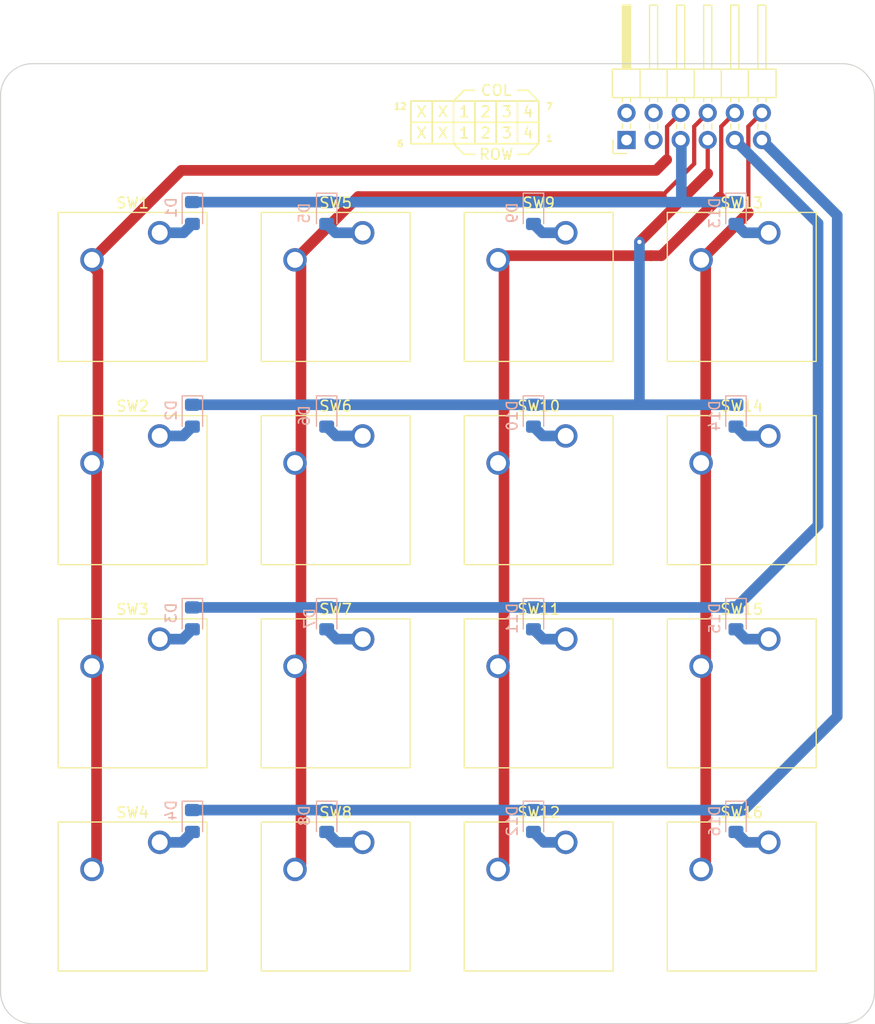
<source format=kicad_pcb>
(kicad_pcb (version 20211014) (generator pcbnew)
  (layers (0 "F.Cu" signal) (31 "B.Cu" signal) (34 "B.Paste" user) (35 "F.Paste" user) (36 "B.SilkS" user "B.Silkscreen") (37 "F.SilkS" user "F.Silkscreen") (38 "B.Mask" user) (39 "F.Mask" user) (44 "Edge.Cuts" user))
  (net 0 "")
  (net 1 "/ROW1")
  (net 2 "Net-(D1-Pad2)")
  (net 3 "/ROW2")
  (net 4 "Net-(D2-Pad2)")
  (net 5 "/ROW3")
  (net 6 "Net-(D3-Pad2)")
  (net 7 "/ROW4")
  (net 8 "Net-(D4-Pad2)")
  (net 9 "Net-(D5-Pad2)")
  (net 10 "Net-(D6-Pad2)")
  (net 11 "Net-(D7-Pad2)")
  (net 12 "Net-(D8-Pad2)")
  (net 13 "Net-(D9-Pad2)")
  (net 14 "Net-(D10-Pad2)")
  (net 15 "Net-(D11-Pad2)")
  (net 16 "Net-(D12-Pad2)")
  (net 17 "Net-(D13-Pad2)")
  (net 18 "Net-(D14-Pad2)")
  (net 19 "Net-(D15-Pad2)")
  (net 20 "Net-(D16-Pad2)")
  (net 21 "GND")
  (net 23 "/COL1")
  (net 24 "/COL2")
  (net 25 "/COL3")
  (net 26 "/COL4")
  (footprint "Button_Switch_Keyboard:SW_Cherry_MX_1.00u_PCB" (layer "F.Cu") (at 113.03 69.85)
    (fp_text reference "SW9" (at -2.54 -2.794) (layer "F.SilkS"))
    (fp_text value "SW_Push")
    (fp_line (start 4.445 -1.905) (end 4.445 12.065) (layer "F.SilkS") (width 0.12))
    (fp_line (start 4.445 12.065) (end -9.525 12.065) (layer "F.SilkS") (width 0.12))
    (fp_line (start -9.525 -1.905) (end 4.445 -1.905) (layer "F.SilkS") (width 0.12))
    (fp_line (start -9.525 12.065) (end -9.525 -1.905) (layer "F.SilkS") (width 0.12))
    (pad "" np_thru_hole circle (at -7.62 5.08) (size 1.7 1.7) (drill 1.7) (layers *.Cu *.Mask))
    (pad "" np_thru_hole circle (at -2.54 5.08) (size 4 4) (drill 4) (layers *.Cu *.Mask))
    (pad "" np_thru_hole circle (at 2.54 5.08) (size 1.7 1.7) (drill 1.7) (layers *.Cu *.Mask))
    (pad "1" thru_hole circle (at 0 0) (size 2.2 2.2) (drill 1.5) (layers *.Cu *.Mask) (net 13 "Net-(D9-Pad2)"))
    (pad "2" thru_hole circle (at -6.35 2.54) (size 2.2 2.2) (drill 1.5) (layers *.Cu *.Mask) (net 25 "/COL3"))
  )
  (footprint "Button_Switch_Keyboard:SW_Cherry_MX_1.00u_PCB" (layer "F.Cu") (at 93.98 127)
    (fp_text reference "SW8" (at -2.54 -2.794) (layer "F.SilkS"))
    (fp_text value "SW_Push")
    (fp_line (start 4.445 12.065) (end -9.525 12.065) (layer "F.SilkS") (width 0.12))
    (fp_line (start 4.445 -1.905) (end 4.445 12.065) (layer "F.SilkS") (width 0.12))
    (fp_line (start -9.525 12.065) (end -9.525 -1.905) (layer "F.SilkS") (width 0.12))
    (fp_line (start -9.525 -1.905) (end 4.445 -1.905) (layer "F.SilkS") (width 0.12))
    (pad "" np_thru_hole circle (at -2.54 5.08) (size 4 4) (drill 4) (layers *.Cu *.Mask))
    (pad "" np_thru_hole circle (at 2.54 5.08) (size 1.7 1.7) (drill 1.7) (layers *.Cu *.Mask))
    (pad "" np_thru_hole circle (at -7.62 5.08) (size 1.7 1.7) (drill 1.7) (layers *.Cu *.Mask))
    (pad "1" thru_hole circle (at 0 0) (size 2.2 2.2) (drill 1.5) (layers *.Cu *.Mask) (net 12 "Net-(D8-Pad2)"))
    (pad "2" thru_hole circle (at -6.35 2.54) (size 2.2 2.2) (drill 1.5) (layers *.Cu *.Mask) (net 24 "/COL2"))
  )
  (footprint "Button_Switch_Keyboard:SW_Cherry_MX_1.00u_PCB" (layer "F.Cu") (at 93.98 69.85)
    (fp_text reference "SW5" (at -2.54 -2.794) (layer "F.SilkS"))
    (fp_text value "SW_Push")
    (fp_line (start 4.445 -1.905) (end 4.445 12.065) (layer "F.SilkS") (width 0.12))
    (fp_line (start 4.445 12.065) (end -9.525 12.065) (layer "F.SilkS") (width 0.12))
    (fp_line (start -9.525 12.065) (end -9.525 -1.905) (layer "F.SilkS") (width 0.12))
    (fp_line (start -9.525 -1.905) (end 4.445 -1.905) (layer "F.SilkS") (width 0.12))
    (pad "" np_thru_hole circle (at -2.54 5.08) (size 4 4) (drill 4) (layers *.Cu *.Mask))
    (pad "" np_thru_hole circle (at -7.62 5.08) (size 1.7 1.7) (drill 1.7) (layers *.Cu *.Mask))
    (pad "" np_thru_hole circle (at 2.54 5.08) (size 1.7 1.7) (drill 1.7) (layers *.Cu *.Mask))
    (pad "1" thru_hole circle (at 0 0) (size 2.2 2.2) (drill 1.5) (layers *.Cu *.Mask) (net 9 "Net-(D5-Pad2)"))
    (pad "2" thru_hole circle (at -6.35 2.54) (size 2.2 2.2) (drill 1.5) (layers *.Cu *.Mask) (net 24 "/COL2"))
  )
  (footprint "Button_Switch_Keyboard:SW_Cherry_MX_1.00u_PCB" (layer "F.Cu") (at 113.03 107.95)
    (fp_text reference "SW11" (at -2.54 -2.794) (layer "F.SilkS"))
    (fp_text value "SW_Push")
    (fp_line (start 4.445 -1.905) (end 4.445 12.065) (layer "F.SilkS") (width 0.12))
    (fp_line (start -9.525 12.065) (end -9.525 -1.905) (layer "F.SilkS") (width 0.12))
    (fp_line (start -9.525 -1.905) (end 4.445 -1.905) (layer "F.SilkS") (width 0.12))
    (fp_line (start 4.445 12.065) (end -9.525 12.065) (layer "F.SilkS") (width 0.12))
    (pad "" np_thru_hole circle (at -7.62 5.08) (size 1.7 1.7) (drill 1.7) (layers *.Cu *.Mask))
    (pad "" np_thru_hole circle (at 2.54 5.08) (size 1.7 1.7) (drill 1.7) (layers *.Cu *.Mask))
    (pad "" np_thru_hole circle (at -2.54 5.08) (size 4 4) (drill 4) (layers *.Cu *.Mask))
    (pad "1" thru_hole circle (at 0 0) (size 2.2 2.2) (drill 1.5) (layers *.Cu *.Mask) (net 15 "Net-(D11-Pad2)"))
    (pad "2" thru_hole circle (at -6.35 2.54) (size 2.2 2.2) (drill 1.5) (layers *.Cu *.Mask) (net 25 "/COL3"))
  )
  (footprint "Button_Switch_Keyboard:SW_Cherry_MX_1.00u_PCB" (layer "F.Cu") (at 93.98 88.9)
    (fp_text reference "SW6" (at -2.54 -2.794) (layer "F.SilkS"))
    (fp_text value "SW_Push")
    (fp_line (start -9.525 12.065) (end -9.525 -1.905) (layer "F.SilkS") (width 0.12))
    (fp_line (start 4.445 12.065) (end -9.525 12.065) (layer "F.SilkS") (width 0.12))
    (fp_line (start -9.525 -1.905) (end 4.445 -1.905) (layer "F.SilkS") (width 0.12))
    (fp_line (start 4.445 -1.905) (end 4.445 12.065) (layer "F.SilkS") (width 0.12))
    (pad "" np_thru_hole circle (at -7.62 5.08) (size 1.7 1.7) (drill 1.7) (layers *.Cu *.Mask))
    (pad "" np_thru_hole circle (at 2.54 5.08) (size 1.7 1.7) (drill 1.7) (layers *.Cu *.Mask))
    (pad "" np_thru_hole circle (at -2.54 5.08) (size 4 4) (drill 4) (layers *.Cu *.Mask))
    (pad "1" thru_hole circle (at 0 0) (size 2.2 2.2) (drill 1.5) (layers *.Cu *.Mask) (net 10 "Net-(D6-Pad2)"))
    (pad "2" thru_hole circle (at -6.35 2.54) (size 2.2 2.2) (drill 1.5) (layers *.Cu *.Mask) (net 24 "/COL2"))
  )
  (footprint "" (layer "F.Cu") (at 63 141)
    (fp_text reference "H3" hide)
    (fp_text value "MountingHole" hide)
    (pad "" np_thru_hole circle locked (at 0 0) (size 3.2 3.2) (drill 3.2) (layers *.Cu *.Mask))
  )
  (footprint "" (layer "F.Cu") (at 63 57)
    (fp_text reference "H1" hide)
    (fp_text value "MountingHole" hide)
    (pad "" np_thru_hole circle locked (at 0 0) (size 3.2 3.2) (drill 3.2) (layers *.Cu *.Mask))
  )
  (footprint "Connector_PinHeader_2.54mm:PinHeader_2x06_P2.54mm_Horizontal" (layer "F.Cu") (at 118.73 61.154 90)
    (fp_text reference "J1" hide)
    (fp_text value "Conn_02x06_Top_Bottom" hide)
    (fp_line (start 12.64 10.54) (end 6.64 10.54) (layer "F.SilkS") (width 0.12))
    (fp_line (start 12.64 13.08) (end 6.64 13.08) (layer "F.SilkS") (width 0.12))
    (fp_line (start 1.042929 2.92) (end 1.497071 2.92) (layer "F.SilkS") (width 0.12))
    (fp_line (start 6.64 7.24) (end 12.64 7.24) (layer "F.SilkS") (width 0.12))
    (fp_line (start 6.64 9.78) (end 12.64 9.78) (layer "F.SilkS") (width 0.12))
    (fp_line (start 6.64 0.04) (end 12.64 0.04) (layer "F.SilkS") (width 0.12))
    (fp_line (start 12.64 5.46) (end 6.64 5.46) (layer "F.SilkS") (width 0.12))
    (fp_line (start 6.64 -1.33) (end 3.98 -1.33) (layer "F.SilkS") (width 0.12))
    (fp_line (start 3.582929 12.32) (end 3.98 12.32) (layer "F.SilkS") (width 0.12))
    (fp_line (start 12.64 2.16) (end 12.64 2.92) (layer "F.SilkS") (width 0.12))
    (fp_line (start 1.042929 7.24) (end 1.497071 7.24) (layer "F.SilkS") (width 0.12))
    (fp_line (start 3.98 14.03) (end 6.64 14.03) (layer "F.SilkS") (width 0.12))
    (fp_line (start 6.64 -0.2) (end 12.64 -0.2) (layer "F.SilkS") (width 0.12))
    (fp_line (start 6.64 0.16) (end 12.64 0.16) (layer "F.SilkS") (width 0.12))
    (fp_line (start -1.27 0) (end -1.27 -1.27) (layer "F.SilkS") (width 0.12))
    (fp_line (start 3.582929 5.46) (end 3.98 5.46) (layer "F.SilkS") (width 0.12))
    (fp_line (start 3.582929 7.24) (end 3.98 7.24) (layer "F.SilkS") (width 0.12))
    (fp_line (start 1.11 -0.38) (end 1.497071 -0.38) (layer "F.SilkS") (width 0.12))
    (fp_line (start 1.042929 10.54) (end 1.497071 10.54) (layer "F.SilkS") (width 0.12))
    (fp_line (start 1.042929 5.46) (end 1.497071 5.46) (layer "F.SilkS") (width 0.12))
    (fp_line (start 3.582929 9.78) (end 3.98 9.78) (layer "F.SilkS") (width 0.12))
    (fp_line (start 1.042929 2.16) (end 1.497071 2.16) (layer "F.SilkS") (width 0.12))
    (fp_line (start 3.98 1.27) (end 6.64 1.27) (layer "F.SilkS") (width 0.12))
    (fp_line (start 3.582929 2.16) (end 3.98 2.16) (layer "F.SilkS") (width 0.12))
    (fp_line (start 1.042929 13.08) (end 1.497071 13.08) (layer "F.SilkS") (width 0.12))
    (fp_line (start 6.64 12.32) (end 12.64 12.32) (layer "F.SilkS") (width 0.12))
    (fp_line (start 3.98 11.43) (end 6.64 11.43) (layer "F.SilkS") (width 0.12))
    (fp_line (start 3.582929 2.92) (end 3.98 2.92) (layer "F.SilkS") (width 0.12))
    (fp_line (start 3.582929 0.38) (end 3.98 0.38) (layer "F.SilkS") (width 0.12))
    (fp_line (start 6.64 4.7) (end 12.64 4.7) (layer "F.SilkS") (width 0.12))
    (fp_line (start 6.64 -0.08) (end 12.64 -0.08) (layer "F.SilkS") (width 0.12))
    (fp_line (start 3.582929 8) (end 3.98 8) (layer "F.SilkS") (width 0.12))
    (fp_line (start 1.042929 4.7) (end 1.497071 4.7) (layer "F.SilkS") (width 0.12))
    (fp_line (start 6.64 2.16) (end 12.64 2.16) (layer "F.SilkS") (width 0.12))
    (fp_line (start 6.64 14.03) (end 6.64 -1.33) (layer "F.SilkS") (width 0.12))
    (fp_line (start 1.042929 8) (end 1.497071 8) (layer "F.SilkS") (width 0.12))
    (fp_line (start 12.64 8) (end 6.64 8) (layer "F.SilkS") (width 0.12))
    (fp_line (start 3.98 3.81) (end 6.64 3.81) (layer "F.SilkS") (width 0.12))
    (fp_line (start 3.98 6.35) (end 6.64 6.35) (layer "F.SilkS") (width 0.12))
    (fp_line (start 1.042929 9.78) (end 1.497071 9.78) (layer "F.SilkS") (width 0.12))
    (fp_line (start 3.582929 13.08) (end 3.98 13.08) (layer "F.SilkS") (width 0.12))
    (fp_line (start 3.582929 10.54) (end 3.98 10.54) (layer "F.SilkS") (width 0.12))
    (fp_line (start 1.042929 12.32) (end 1.497071 12.32) (layer "F.SilkS") (width 0.12))
    (fp_line (start 6.64 -0.32) (end 12.64 -0.32) (layer "F.SilkS") (width 0.12))
    (fp_line (start 12.64 12.32) (end 12.64 13.08) (layer "F.SilkS") (width 0.12))
    (fp_line (start 12.64 2.92) (end 6.64 2.92) (layer "F.SilkS") (width 0.12))
    (fp_line (start 12.64 -0.38) (end 12.64 0.38) (layer "F.SilkS") (width 0.12))
    (fp_line (start -1.27 -1.27) (end 0 -1.27) (layer "F.SilkS") (width 0.12))
    (fp_line (start 1.11 0.38) (end 1.497071 0.38) (layer "F.SilkS") (width 0.12))
    (fp_line (start 12.64 4.7) (end 12.64 5.46) (layer "F.SilkS") (width 0.12))
    (fp_line (start 3.582929 4.7) (end 3.98 4.7) (layer "F.SilkS") (width 0.12))
    (fp_line (start 6.64 0.28) (end 12.64 0.28) (layer "F.SilkS") (width 0.12))
    (fp_line (start 3.98 -1.33) (end 3.98 14.03) (layer "F.SilkS") (width 0.12))
    (fp_line (start 12.64 7.24) (end 12.64 8) (layer "F.SilkS") (width 0.12))
    (fp_line (start 3.98 8.89) (end 6.64 8.89) (layer "F.SilkS") (width 0.12))
    (fp_line (start 12.64 9.78) (end 12.64 10.54) (layer "F.SilkS") (width 0.12))
    (fp_line (start 3.582929 -0.38) (end 3.98 -0.38) (layer "F.SilkS") (width 0.12))
    (fp_line (start 6.64 -0.38) (end 12.64 -0.38) (layer "F.SilkS") (width 0.12))
    (fp_line (start 12.64 0.38) (end 6.64 0.38) (layer "F.SilkS") (width 0.12))
    (pad "1" thru_hole rect (at 0 0 90) (size 1.7 1.7) (drill 1) (layers *.Cu *.Mask))
    (pad "2" thru_hole oval (at 0 2.54 90) (size 1.7 1.7) (drill 1) (layers *.Cu *.Mask) (net 21 "GND"))
    (pad "3" thru_hole oval (at 0 5.08 90) (size 1.7 1.7) (drill 1) (layers *.Cu *.Mask) (net 1 "/ROW1"))
    (pad "4" thru_hole oval (at 0 7.62 90) (size 1.7 1.7) (drill 1) (layers *.Cu *.Mask) (net 3 "/ROW2"))
    (pad "5" thru_hole oval (at 0 10.16 90) (size 1.7 1.7) (drill 1) (layers *.Cu *.Mask) (net 5 "/ROW3"))
    (pad "6" thru_hole oval (at 0 12.7 90) (size 1.7 1.7) (drill 1) (layers *.Cu *.Mask) (net 7 "/ROW4"))
    (pad "7" thru_hole oval (at 2.54 0 90) (size 1.7 1.7) (drill 1) (layers *.Cu *.Mask))
    (pad "8" thru_hole oval (at 2.54 2.54 90) (size 1.7 1.7) (drill 1) (layers *.Cu *.Mask) (net 21 "GND"))
    (pad "9" thru_hole oval (at 2.54 5.08 90) (size 1.7 1.7) (drill 1) (layers *.Cu *.Mask) (net 23 "/COL1"))
    (pad "10" thru_hole oval (at 2.54 7.62 90) (size 1.7 1.7) (drill 1) (layers *.Cu *.Mask) (net 24 "/COL2"))
    (pad "11" thru_hole oval (at 2.54 10.16 90) (size 1.7 1.7) (drill 1) (layers *.Cu *.Mask) (net 25 "/COL3"))
    (pad "12" thru_hole oval (at 2.54 12.7 90) (size 1.7 1.7) (drill 1) (layers *.Cu *.Mask) (net 26 "/COL4"))
  )
  (footprint "Button_Switch_Keyboard:SW_Cherry_MX_1.00u_PCB" (layer "F.Cu") (at 74.93 127)
    (fp_text reference "SW4" (at -2.54 -2.794) (layer "F.SilkS"))
    (fp_text value "SW_Push")
    (fp_line (start 4.445 12.065) (end -9.525 12.065) (layer "F.SilkS") (width 0.12))
    (fp_line (start -9.525 12.065) (end -9.525 -1.905) (layer "F.SilkS") (width 0.12))
    (fp_line (start -9.525 -1.905) (end 4.445 -1.905) (layer "F.SilkS") (width 0.12))
    (fp_line (start 4.445 -1.905) (end 4.445 12.065) (layer "F.SilkS") (width 0.12))
    (pad "" np_thru_hole circle (at 2.54 5.08) (size 1.7 1.7) (drill 1.7) (layers *.Cu *.Mask))
    (pad "" np_thru_hole circle (at -7.62 5.08) (size 1.7 1.7) (drill 1.7) (layers *.Cu *.Mask))
    (pad "" np_thru_hole circle (at -2.54 5.08) (size 4 4) (drill 4) (layers *.Cu *.Mask))
    (pad "1" thru_hole circle (at 0 0) (size 2.2 2.2) (drill 1.5) (layers *.Cu *.Mask) (net 8 "Net-(D4-Pad2)"))
    (pad "2" thru_hole circle (at -6.35 2.54) (size 2.2 2.2) (drill 1.5) (layers *.Cu *.Mask) (net 23 "/COL1"))
  )
  (footprint "" (layer "F.Cu") (at 139 141)
    (fp_text reference "H4" hide)
    (fp_text value "MountingHole" hide)
    (pad "" np_thru_hole circle locked (at 0 0) (size 3.2 3.2) (drill 3.2) (layers *.Cu *.Mask))
  )
  (footprint "Button_Switch_Keyboard:SW_Cherry_MX_1.00u_PCB" (layer "F.Cu") (at 132.08 107.95)
    (fp_text reference "SW15" (at -2.54 -2.794) (layer "F.SilkS"))
    (fp_text value "SW_Push")
    (fp_line (start 4.445 -1.905) (end 4.445 12.065) (layer "F.SilkS") (width 0.12))
    (fp_line (start 4.445 12.065) (end -9.525 12.065) (layer "F.SilkS") (width 0.12))
    (fp_line (start -9.525 -1.905) (end 4.445 -1.905) (layer "F.SilkS") (width 0.12))
    (fp_line (start -9.525 12.065) (end -9.525 -1.905) (layer "F.SilkS") (width 0.12))
    (pad "" np_thru_hole circle (at -2.54 5.08) (size 4 4) (drill 4) (layers *.Cu *.Mask))
    (pad "" np_thru_hole circle (at 2.54 5.08) (size 1.7 1.7) (drill 1.7) (layers *.Cu *.Mask))
    (pad "" np_thru_hole circle (at -7.62 5.08) (size 1.7 1.7) (drill 1.7) (layers *.Cu *.Mask))
    (pad "1" thru_hole circle (at 0 0) (size 2.2 2.2) (drill 1.5) (layers *.Cu *.Mask) (net 19 "Net-(D15-Pad2)"))
    (pad "2" thru_hole circle (at -6.35 2.54) (size 2.2 2.2) (drill 1.5) (layers *.Cu *.Mask) (net 26 "/COL4"))
  )
  (footprint "Button_Switch_Keyboard:SW_Cherry_MX_1.00u_PCB" (layer "F.Cu") (at 132.08 127)
    (fp_text reference "SW16" (at -2.54 -2.794) (layer "F.SilkS"))
    (fp_text value "SW_Push")
    (fp_line (start 4.445 12.065) (end -9.525 12.065) (layer "F.SilkS") (width 0.12))
    (fp_line (start -9.525 -1.905) (end 4.445 -1.905) (layer "F.SilkS") (width 0.12))
    (fp_line (start -9.525 12.065) (end -9.525 -1.905) (layer "F.SilkS") (width 0.12))
    (fp_line (start 4.445 -1.905) (end 4.445 12.065) (layer "F.SilkS") (width 0.12))
    (pad "" np_thru_hole circle (at 2.54 5.08) (size 1.7 1.7) (drill 1.7) (layers *.Cu *.Mask))
    (pad "" np_thru_hole circle (at -7.62 5.08) (size 1.7 1.7) (drill 1.7) (layers *.Cu *.Mask))
    (pad "" np_thru_hole circle (at -2.54 5.08) (size 4 4) (drill 4) (layers *.Cu *.Mask))
    (pad "1" thru_hole circle (at 0 0) (size 2.2 2.2) (drill 1.5) (layers *.Cu *.Mask) (net 20 "Net-(D16-Pad2)"))
    (pad "2" thru_hole circle (at -6.35 2.54) (size 2.2 2.2) (drill 1.5) (layers *.Cu *.Mask) (net 26 "/COL4"))
  )
  (footprint "Button_Switch_Keyboard:SW_Cherry_MX_1.00u_PCB" (layer "F.Cu") (at 74.93 69.85)
    (fp_text reference "SW1" (at -2.54 -2.794) (layer "F.SilkS"))
    (fp_text value "SW_Push")
    (fp_line (start -9.525 -1.905) (end 4.445 -1.905) (layer "F.SilkS") (width 0.12))
    (fp_line (start 4.445 -1.905) (end 4.445 12.065) (layer "F.SilkS") (width 0.12))
    (fp_line (start 4.445 12.065) (end -9.525 12.065) (layer "F.SilkS") (width 0.12))
    (fp_line (start -9.525 12.065) (end -9.525 -1.905) (layer "F.SilkS") (width 0.12))
    (pad "" np_thru_hole circle (at -2.54 5.08) (size 4 4) (drill 4) (layers *.Cu *.Mask))
    (pad "" np_thru_hole circle (at 2.54 5.08) (size 1.7 1.7) (drill 1.7) (layers *.Cu *.Mask))
    (pad "" np_thru_hole circle (at -7.62 5.08) (size 1.7 1.7) (drill 1.7) (layers *.Cu *.Mask))
    (pad "1" thru_hole circle (at 0 0) (size 2.2 2.2) (drill 1.5) (layers *.Cu *.Mask) (net 2 "Net-(D1-Pad2)"))
    (pad "2" thru_hole circle (at -6.35 2.54) (size 2.2 2.2) (drill 1.5) (layers *.Cu *.Mask) (net 23 "/COL1"))
  )
  (footprint "Button_Switch_Keyboard:SW_Cherry_MX_1.00u_PCB" (layer "F.Cu") (at 93.98 107.95)
    (fp_text reference "SW7" (at -2.54 -2.794) (layer "F.SilkS"))
    (fp_text value "SW_Push")
    (fp_line (start -9.525 -1.905) (end 4.445 -1.905) (layer "F.SilkS") (width 0.12))
    (fp_line (start 4.445 -1.905) (end 4.445 12.065) (layer "F.SilkS") (width 0.12))
    (fp_line (start 4.445 12.065) (end -9.525 12.065) (layer "F.SilkS") (width 0.12))
    (fp_line (start -9.525 12.065) (end -9.525 -1.905) (layer "F.SilkS") (width 0.12))
    (pad "" np_thru_hole circle (at 2.54 5.08) (size 1.7 1.7) (drill 1.7) (layers *.Cu *.Mask))
    (pad "" np_thru_hole circle (at -2.54 5.08) (size 4 4) (drill 4) (layers *.Cu *.Mask))
    (pad "" np_thru_hole circle (at -7.62 5.08) (size 1.7 1.7) (drill 1.7) (layers *.Cu *.Mask))
    (pad "1" thru_hole circle (at 0 0) (size 2.2 2.2) (drill 1.5) (layers *.Cu *.Mask) (net 11 "Net-(D7-Pad2)"))
    (pad "2" thru_hole circle (at -6.35 2.54) (size 2.2 2.2) (drill 1.5) (layers *.Cu *.Mask) (net 24 "/COL2"))
  )
  (footprint "Button_Switch_Keyboard:SW_Cherry_MX_1.00u_PCB" (layer "F.Cu") (at 74.93 88.9)
    (fp_text reference "SW2" (at -2.54 -2.794) (layer "F.SilkS"))
    (fp_text value "SW_Push")
    (fp_line (start 4.445 -1.905) (end 4.445 12.065) (layer "F.SilkS") (width 0.12))
    (fp_line (start -9.525 12.065) (end -9.525 -1.905) (layer "F.SilkS") (width 0.12))
    (fp_line (start 4.445 12.065) (end -9.525 12.065) (layer "F.SilkS") (width 0.12))
    (fp_line (start -9.525 -1.905) (end 4.445 -1.905) (layer "F.SilkS") (width 0.12))
    (pad "" np_thru_hole circle (at 2.54 5.08) (size 1.7 1.7) (drill 1.7) (layers *.Cu *.Mask))
    (pad "" np_thru_hole circle (at -2.54 5.08) (size 4 4) (drill 4) (layers *.Cu *.Mask))
    (pad "" np_thru_hole circle (at -7.62 5.08) (size 1.7 1.7) (drill 1.7) (layers *.Cu *.Mask))
    (pad "1" thru_hole circle (at 0 0) (size 2.2 2.2) (drill 1.5) (layers *.Cu *.Mask) (net 4 "Net-(D2-Pad2)"))
    (pad "2" thru_hole circle (at -6.35 2.54) (size 2.2 2.2) (drill 1.5) (layers *.Cu *.Mask) (net 23 "/COL1"))
  )
  (footprint "Button_Switch_Keyboard:SW_Cherry_MX_1.00u_PCB" (layer "F.Cu") (at 113.03 88.9)
    (fp_text reference "SW10" (at -2.54 -2.794) (layer "F.SilkS"))
    (fp_text value "SW_Push")
    (fp_line (start -9.525 12.065) (end -9.525 -1.905) (layer "F.SilkS") (width 0.12))
    (fp_line (start -9.525 -1.905) (end 4.445 -1.905) (layer "F.SilkS") (width 0.12))
    (fp_line (start 4.445 12.065) (end -9.525 12.065) (layer "F.SilkS") (width 0.12))
    (fp_line (start 4.445 -1.905) (end 4.445 12.065) (layer "F.SilkS") (width 0.12))
    (pad "" np_thru_hole circle (at 2.54 5.08) (size 1.7 1.7) (drill 1.7) (layers *.Cu *.Mask))
    (pad "" np_thru_hole circle (at -7.62 5.08) (size 1.7 1.7) (drill 1.7) (layers *.Cu *.Mask))
    (pad "" np_thru_hole circle (at -2.54 5.08) (size 4 4) (drill 4) (layers *.Cu *.Mask))
    (pad "1" thru_hole circle (at 0 0) (size 2.2 2.2) (drill 1.5) (layers *.Cu *.Mask) (net 14 "Net-(D10-Pad2)"))
    (pad "2" thru_hole circle (at -6.35 2.54) (size 2.2 2.2) (drill 1.5) (layers *.Cu *.Mask) (net 25 "/COL3"))
  )
  (footprint "Button_Switch_Keyboard:SW_Cherry_MX_1.00u_PCB" (layer "F.Cu") (at 113.03 127)
    (fp_text reference "SW12" (at -2.54 -2.794) (layer "F.SilkS"))
    (fp_text value "SW_Push")
    (fp_line (start 4.445 12.065) (end -9.525 12.065) (layer "F.SilkS") (width 0.12))
    (fp_line (start -9.525 12.065) (end -9.525 -1.905) (layer "F.SilkS") (width 0.12))
    (fp_line (start 4.445 -1.905) (end 4.445 12.065) (layer "F.SilkS") (width 0.12))
    (fp_line (start -9.525 -1.905) (end 4.445 -1.905) (layer "F.SilkS") (width 0.12))
    (pad "" np_thru_hole circle (at -7.62 5.08) (size 1.7 1.7) (drill 1.7) (layers *.Cu *.Mask))
    (pad "" np_thru_hole circle (at -2.54 5.08) (size 4 4) (drill 4) (layers *.Cu *.Mask))
    (pad "" np_thru_hole circle (at 2.54 5.08) (size 1.7 1.7) (drill 1.7) (layers *.Cu *.Mask))
    (pad "1" thru_hole circle (at 0 0) (size 2.2 2.2) (drill 1.5) (layers *.Cu *.Mask) (net 16 "Net-(D12-Pad2)"))
    (pad "2" thru_hole circle (at -6.35 2.54) (size 2.2 2.2) (drill 1.5) (layers *.Cu *.Mask) (net 25 "/COL3"))
  )
  (footprint "Button_Switch_Keyboard:SW_Cherry_MX_1.00u_PCB" (layer "F.Cu") (at 132.08 69.85)
    (fp_text reference "SW13" (at -2.54 -2.794) (layer "F.SilkS"))
    (fp_text value "SW_Push")
    (fp_line (start -9.525 12.065) (end -9.525 -1.905) (layer "F.SilkS") (width 0.12))
    (fp_line (start 4.445 -1.905) (end 4.445 12.065) (layer "F.SilkS") (width 0.12))
    (fp_line (start 4.445 12.065) (end -9.525 12.065) (layer "F.SilkS") (width 0.12))
    (fp_line (start -9.525 -1.905) (end 4.445 -1.905) (layer "F.SilkS") (width 0.12))
    (pad "" np_thru_hole circle (at -7.62 5.08) (size 1.7 1.7) (drill 1.7) (layers *.Cu *.Mask))
    (pad "" np_thru_hole circle (at 2.54 5.08) (size 1.7 1.7) (drill 1.7) (layers *.Cu *.Mask))
    (pad "" np_thru_hole circle (at -2.54 5.08) (size 4 4) (drill 4) (layers *.Cu *.Mask))
    (pad "1" thru_hole circle (at 0 0) (size 2.2 2.2) (drill 1.5) (layers *.Cu *.Mask) (net 17 "Net-(D13-Pad2)"))
    (pad "2" thru_hole circle (at -6.35 2.54) (size 2.2 2.2) (drill 1.5) (layers *.Cu *.Mask) (net 26 "/COL4"))
  )
  (footprint "Button_Switch_Keyboard:SW_Cherry_MX_1.00u_PCB" (layer "F.Cu") (at 132.08 88.9)
    (fp_text reference "SW14" (at -2.54 -2.794) (layer "F.SilkS"))
    (fp_text value "SW_Push")
    (fp_line (start 4.445 -1.905) (end 4.445 12.065) (layer "F.SilkS") (width 0.12))
    (fp_line (start -9.525 12.065) (end -9.525 -1.905) (layer "F.SilkS") (width 0.12))
    (fp_line (start 4.445 12.065) (end -9.525 12.065) (layer "F.SilkS") (width 0.12))
    (fp_line (start -9.525 -1.905) (end 4.445 -1.905) (layer "F.SilkS") (width 0.12))
    (pad "" np_thru_hole circle (at -2.54 5.08) (size 4 4) (drill 4) (layers *.Cu *.Mask))
    (pad "" np_thru_hole circle (at 2.54 5.08) (size 1.7 1.7) (drill 1.7) (layers *.Cu *.Mask))
    (pad "" np_thru_hole circle (at -7.62 5.08) (size 1.7 1.7) (drill 1.7) (layers *.Cu *.Mask))
    (pad "1" thru_hole circle (at 0 0) (size 2.2 2.2) (drill 1.5) (layers *.Cu *.Mask) (net 18 "Net-(D14-Pad2)"))
    (pad "2" thru_hole circle (at -6.35 2.54) (size 2.2 2.2) (drill 1.5) (layers *.Cu *.Mask) (net 26 "/COL4"))
  )
  (footprint "" (layer "F.Cu") (at 139 57)
    (fp_text reference "H2" hide)
    (fp_text value "MountingHole" hide)
    (pad "" np_thru_hole circle locked (at 0 0) (size 3.2 3.2) (drill 3.2) (layers *.Cu *.Mask))
  )
  (footprint "Button_Switch_Keyboard:SW_Cherry_MX_1.00u_PCB" (layer "F.Cu") (at 74.93 107.95)
    (fp_text reference "SW3" (at -2.54 -2.794) (layer "F.SilkS"))
    (fp_text value "SW_Push")
    (fp_line (start -9.525 -1.905) (end 4.445 -1.905) (layer "F.SilkS") (width 0.12))
    (fp_line (start 4.445 -1.905) (end 4.445 12.065) (layer "F.SilkS") (width 0.12))
    (fp_line (start -9.525 12.065) (end -9.525 -1.905) (layer "F.SilkS") (width 0.12))
    (fp_line (start 4.445 12.065) (end -9.525 12.065) (layer "F.SilkS") (width 0.12))
    (pad "" np_thru_hole circle (at 2.54 5.08) (size 1.7 1.7) (drill 1.7) (layers *.Cu *.Mask))
    (pad "" np_thru_hole circle (at -7.62 5.08) (size 1.7 1.7) (drill 1.7) (layers *.Cu *.Mask))
    (pad "" np_thru_hole circle (at -2.54 5.08) (size 4 4) (drill 4) (layers *.Cu *.Mask))
    (pad "1" thru_hole circle (at 0 0) (size 2.2 2.2) (drill 1.5) (layers *.Cu *.Mask) (net 6 "Net-(D3-Pad2)"))
    (pad "2" thru_hole circle (at -6.35 2.54) (size 2.2 2.2) (drill 1.5) (layers *.Cu *.Mask) (net 23 "/COL1"))
  )
  (footprint "Diode_SMD:D_0805_2012Metric_Pad1.15x1.40mm_HandSolder" (layer "B.Cu") (at 110 87 -90)
    (fp_text reference "D10" (at 0 2 90) (layer "B.SilkS") (effects (justify mirror)))
    (fp_text value "DIODE")
    (fp_line (start -1.86 0.96) (end -1.86 -0.96) (layer "B.SilkS") (width 0.12))
    (fp_line (start 1 0.96) (end -1.86 0.96) (layer "B.SilkS") (width 0.12))
    (fp_line (start -1.86 -0.96) (end 1 -0.96) (layer "B.SilkS") (width 0.12))
    (pad "1" smd roundrect (at -1.025 0 270) (size 1.15 1.4) (layers "B.Cu" "B.Paste" "B.Mask") (roundrect_rratio 0.217391) (net 3 "/ROW2"))
    (pad "2" smd roundrect (at 1.025 0 270) (size 1.15 1.4) (layers "B.Cu" "B.Paste" "B.Mask") (roundrect_rratio 0.217391) (net 14 "Net-(D10-Pad2)"))
  )
  (footprint "Diode_SMD:D_0805_2012Metric_Pad1.15x1.40mm_HandSolder" (layer "B.Cu") (at 78 68 -90)
    (fp_text reference "D1" (at -0.5 2 90) (layer "B.SilkS") (effects (justify mirror)))
    (fp_text value "DIODE")
    (fp_line (start 1 0.96) (end -1.86 0.96) (layer "B.SilkS") (width 0.12))
    (fp_line (start -1.86 0.96) (end -1.86 -0.96) (layer "B.SilkS") (width 0.12))
    (fp_line (start -1.86 -0.96) (end 1 -0.96) (layer "B.SilkS") (width 0.12))
    (pad "1" smd roundrect (at -1.025 0 270) (size 1.15 1.4) (layers "B.Cu" "B.Paste" "B.Mask") (roundrect_rratio 0.217391) (net 1 "/ROW1"))
    (pad "2" smd roundrect (at 1.025 0 270) (size 1.15 1.4) (layers "B.Cu" "B.Paste" "B.Mask") (roundrect_rratio 0.217391) (net 2 "Net-(D1-Pad2)"))
  )
  (footprint "Diode_SMD:D_0805_2012Metric_Pad1.15x1.40mm_HandSolder" (layer "B.Cu") (at 90.6 68 -90)
    (fp_text reference "D5" (at 0 2.1 90) (layer "B.SilkS") (effects (justify mirror)))
    (fp_text value "DIODE")
    (fp_line (start 1 0.96) (end -1.86 0.96) (layer "B.SilkS") (width 0.12))
    (fp_line (start -1.86 -0.96) (end 1 -0.96) (layer "B.SilkS") (width 0.12))
    (fp_line (start -1.86 0.96) (end -1.86 -0.96) (layer "B.SilkS") (width 0.12))
    (pad "1" smd roundrect (at -1.025 0 270) (size 1.15 1.4) (layers "B.Cu" "B.Paste" "B.Mask") (roundrect_rratio 0.217391) (net 1 "/ROW1"))
    (pad "2" smd roundrect (at 1.025 0 270) (size 1.15 1.4) (layers "B.Cu" "B.Paste" "B.Mask") (roundrect_rratio 0.217391) (net 9 "Net-(D5-Pad2)"))
  )
  (footprint "Diode_SMD:D_0805_2012Metric_Pad1.15x1.40mm_HandSolder" (layer "B.Cu") (at 110 125 -90)
    (fp_text reference "D12" (at 0 2 90) (layer "B.SilkS") (effects (justify mirror)))
    (fp_text value "DIODE")
    (fp_line (start -1.86 -0.96) (end 1 -0.96) (layer "B.SilkS") (width 0.12))
    (fp_line (start 1 0.96) (end -1.86 0.96) (layer "B.SilkS") (width 0.12))
    (fp_line (start -1.86 0.96) (end -1.86 -0.96) (layer "B.SilkS") (width 0.12))
    (pad "1" smd roundrect (at -1.025 0 270) (size 1.15 1.4) (layers "B.Cu" "B.Paste" "B.Mask") (roundrect_rratio 0.217391) (net 7 "/ROW4"))
    (pad "2" smd roundrect (at 1.025 0 270) (size 1.15 1.4) (layers "B.Cu" "B.Paste" "B.Mask") (roundrect_rratio 0.217391) (net 16 "Net-(D12-Pad2)"))
  )
  (footprint "Diode_SMD:D_0805_2012Metric_Pad1.15x1.40mm_HandSolder" (layer "B.Cu") (at 129 68 -90)
    (fp_text reference "D13" (at 0 2 90) (layer "B.SilkS") (effects (justify mirror)))
    (fp_text value "DIODE")
    (fp_line (start -1.86 -0.96) (end 1 -0.96) (layer "B.SilkS") (width 0.12))
    (fp_line (start 1 0.96) (end -1.86 0.96) (layer "B.SilkS") (width 0.12))
    (fp_line (start -1.86 0.96) (end -1.86 -0.96) (layer "B.SilkS") (width 0.12))
    (pad "1" smd roundrect (at -1.025 0 270) (size 1.15 1.4) (layers "B.Cu" "B.Paste" "B.Mask") (roundrect_rratio 0.217391) (net 1 "/ROW1"))
    (pad "2" smd roundrect (at 1.025 0 270) (size 1.15 1.4) (layers "B.Cu" "B.Paste" "B.Mask") (roundrect_rratio 0.217391) (net 17 "Net-(D13-Pad2)"))
  )
  (footprint "Diode_SMD:D_0805_2012Metric_Pad1.15x1.40mm_HandSolder" (layer "B.Cu") (at 90.6 87 -90)
    (fp_text reference "D6" (at 0 2.1 90) (layer "B.SilkS") (effects (justify mirror)))
    (fp_text value "DIODE")
    (fp_line (start -1.86 0.96) (end -1.86 -0.96) (layer "B.SilkS") (width 0.12))
    (fp_line (start 1 0.96) (end -1.86 0.96) (layer "B.SilkS") (width 0.12))
    (fp_line (start -1.86 -0.96) (end 1 -0.96) (layer "B.SilkS") (width 0.12))
    (pad "1" smd roundrect (at -1.025 0 270) (size 1.15 1.4) (layers "B.Cu" "B.Paste" "B.Mask") (roundrect_rratio 0.217391) (net 3 "/ROW2"))
    (pad "2" smd roundrect (at 1.025 0 270) (size 1.15 1.4) (layers "B.Cu" "B.Paste" "B.Mask") (roundrect_rratio 0.217391) (net 10 "Net-(D6-Pad2)"))
  )
  (footprint "Diode_SMD:D_0805_2012Metric_Pad1.15x1.40mm_HandSolder" (layer "B.Cu") (at 129 87 -90)
    (fp_text reference "D14" (at 0 2 90) (layer "B.SilkS") (effects (justify mirror)))
    (fp_text value "DIODE")
    (fp_line (start -1.86 -0.96) (end 1 -0.96) (layer "B.SilkS") (width 0.12))
    (fp_line (start -1.86 0.96) (end -1.86 -0.96) (layer "B.SilkS") (width 0.12))
    (fp_line (start 1 0.96) (end -1.86 0.96) (layer "B.SilkS") (width 0.12))
    (pad "1" smd roundrect (at -1.025 0 270) (size 1.15 1.4) (layers "B.Cu" "B.Paste" "B.Mask") (roundrect_rratio 0.217391) (net 3 "/ROW2"))
    (pad "2" smd roundrect (at 1.025 0 270) (size 1.15 1.4) (layers "B.Cu" "B.Paste" "B.Mask") (roundrect_rratio 0.217391) (net 18 "Net-(D14-Pad2)"))
  )
  (footprint "Diode_SMD:D_0805_2012Metric_Pad1.15x1.40mm_HandSolder" (layer "B.Cu") (at 129 106 -90)
    (fp_text reference "D15" (at 0 2 90) (layer "B.SilkS") (effects (justify mirror)))
    (fp_text value "DIODE")
    (fp_line (start -1.86 0.96) (end -1.86 -0.96) (layer "B.SilkS") (width 0.12))
    (fp_line (start 1 0.96) (end -1.86 0.96) (layer "B.SilkS") (width 0.12))
    (fp_line (start -1.86 -0.96) (end 1 -0.96) (layer "B.SilkS") (width 0.12))
    (pad "1" smd roundrect (at -1.025 0 270) (size 1.15 1.4) (layers "B.Cu" "B.Paste" "B.Mask") (roundrect_rratio 0.217391) (net 5 "/ROW3"))
    (pad "2" smd roundrect (at 1.025 0 270) (size 1.15 1.4) (layers "B.Cu" "B.Paste" "B.Mask") (roundrect_rratio 0.217391) (net 19 "Net-(D15-Pad2)"))
  )
  (footprint "Diode_SMD:D_0805_2012Metric_Pad1.15x1.40mm_HandSolder" (layer "B.Cu") (at 110 68 -90)
    (fp_text reference "D9" (at -0.02 2 90) (layer "B.SilkS") (effects (justify mirror)))
    (fp_text value "DIODE")
    (fp_line (start -1.86 0.96) (end -1.86 -0.96) (layer "B.SilkS") (width 0.12))
    (fp_line (start -1.86 -0.96) (end 1 -0.96) (layer "B.SilkS") (width 0.12))
    (fp_line (start 1 0.96) (end -1.86 0.96) (layer "B.SilkS") (width 0.12))
    (pad "1" smd roundrect (at -1.025 0 270) (size 1.15 1.4) (layers "B.Cu" "B.Paste" "B.Mask") (roundrect_rratio 0.217391) (net 1 "/ROW1"))
    (pad "2" smd roundrect (at 1.025 0 270) (size 1.15 1.4) (layers "B.Cu" "B.Paste" "B.Mask") (roundrect_rratio 0.217391) (net 13 "Net-(D9-Pad2)"))
  )
  (footprint "Diode_SMD:D_0805_2012Metric_Pad1.15x1.40mm_HandSolder" (layer "B.Cu") (at 90.6 106 -90)
    (fp_text reference "D7" (at 0 1.6 90) (layer "B.SilkS") (effects (justify mirror)))
    (fp_text value "DIODE")
    (fp_line (start -1.86 0.96) (end -1.86 -0.96) (layer "B.SilkS") (width 0.12))
    (fp_line (start -1.86 -0.96) (end 1 -0.96) (layer "B.SilkS") (width 0.12))
    (fp_line (start 1 0.96) (end -1.86 0.96) (layer "B.SilkS") (width 0.12))
    (pad "1" smd roundrect (at -1.025 0 270) (size 1.15 1.4) (layers "B.Cu" "B.Paste" "B.Mask") (roundrect_rratio 0.217391) (net 5 "/ROW3"))
    (pad "2" smd roundrect (at 1.025 0 270) (size 1.15 1.4) (layers "B.Cu" "B.Paste" "B.Mask") (roundrect_rratio 0.217391) (net 11 "Net-(D7-Pad2)"))
  )
  (footprint "Diode_SMD:D_0805_2012Metric_Pad1.15x1.40mm_HandSolder" (layer "B.Cu") (at 90.6 125 -90)
    (fp_text reference "D8" (at -0.5 2.1 90) (layer "B.SilkS") (effects (justify mirror)))
    (fp_text value "DIODE")
    (fp_line (start -1.86 0.96) (end -1.86 -0.96) (layer "B.SilkS") (width 0.12))
    (fp_line (start 1 0.96) (end -1.86 0.96) (layer "B.SilkS") (width 0.12))
    (fp_line (start -1.86 -0.96) (end 1 -0.96) (layer "B.SilkS") (width 0.12))
    (pad "1" smd roundrect (at -1.025 0 270) (size 1.15 1.4) (layers "B.Cu" "B.Paste" "B.Mask") (roundrect_rratio 0.217391) (net 7 "/ROW4"))
    (pad "2" smd roundrect (at 1.025 0 270) (size 1.15 1.4) (layers "B.Cu" "B.Paste" "B.Mask") (roundrect_rratio 0.217391) (net 12 "Net-(D8-Pad2)"))
  )
  (footprint "Diode_SMD:D_0805_2012Metric_Pad1.15x1.40mm_HandSolder" (layer "B.Cu") (at 78 87 -90)
    (fp_text reference "D2" (at -0.5 2 90) (layer "B.SilkS") (effects (justify mirror)))
    (fp_text value "DIODE")
    (fp_line (start -1.86 0.96) (end -1.86 -0.96) (layer "B.SilkS") (width 0.12))
    (fp_line (start -1.86 -0.96) (end 1 -0.96) (layer "B.SilkS") (width 0.12))
    (fp_line (start 1 0.96) (end -1.86 0.96) (layer "B.SilkS") (width 0.12))
    (pad "1" smd roundrect (at -1.025 0 270) (size 1.15 1.4) (layers "B.Cu" "B.Paste" "B.Mask") (roundrect_rratio 0.217391) (net 3 "/ROW2"))
    (pad "2" smd roundrect (at 1.025 0 270) (size 1.15 1.4) (layers "B.Cu" "B.Paste" "B.Mask") (roundrect_rratio 0.217391) (net 4 "Net-(D2-Pad2)"))
  )
  (footprint "Diode_SMD:D_0805_2012Metric_Pad1.15x1.40mm_HandSolder" (layer "B.Cu") (at 129 125 -90)
    (fp_text reference "D16" (at 0 2 90) (layer "B.SilkS") (effects (justify mirror)))
    (fp_text value "DIODE")
    (fp_line (start 1 0.96) (end -1.86 0.96) (layer "B.SilkS") (width 0.12))
    (fp_line (start -1.86 0.96) (end -1.86 -0.96) (layer "B.SilkS") (width 0.12))
    (fp_line (start -1.86 -0.96) (end 1 -0.96) (layer "B.SilkS") (width 0.12))
    (pad "1" smd roundrect (at -1.025 0 270) (size 1.15 1.4) (layers "B.Cu" "B.Paste" "B.Mask") (roundrect_rratio 0.217391) (net 7 "/ROW4"))
    (pad "2" smd roundrect (at 1.025 0 270) (size 1.15 1.4) (layers "B.Cu" "B.Paste" "B.Mask") (roundrect_rratio 0.217391) (net 20 "Net-(D16-Pad2)"))
  )
  (footprint "Diode_SMD:D_0805_2012Metric_Pad1.15x1.40mm_HandSolder" (layer "B.Cu") (at 78 125 -90)
    (fp_text reference "D4" (at -1 2 90) (layer "B.SilkS") (effects (justify mirror)))
    (fp_text value "DIODE")
    (fp_line (start -1.86 -0.96) (end 1 -0.96) (layer "B.SilkS") (width 0.12))
    (fp_line (start 1 0.96) (end -1.86 0.96) (layer "B.SilkS") (width 0.12))
    (fp_line (start -1.86 0.96) (end -1.86 -0.96) (layer "B.SilkS") (width 0.12))
    (pad "1" smd roundrect (at -1.025 0 270) (size 1.15 1.4) (layers "B.Cu" "B.Paste" "B.Mask") (roundrect_rratio 0.217391) (net 7 "/ROW4"))
    (pad "2" smd roundrect (at 1.025 0 270) (size 1.15 1.4) (layers "B.Cu" "B.Paste" "B.Mask") (roundrect_rratio 0.217391) (net 8 "Net-(D4-Pad2)"))
  )
  (footprint "Diode_SMD:D_0805_2012Metric_Pad1.15x1.40mm_HandSolder" (layer "B.Cu") (at 110 106 -90)
    (fp_text reference "D11" (at 0 2 90) (layer "B.SilkS") (effects (justify mirror)))
    (fp_text value "DIODE")
    (fp_line (start 1 0.96) (end -1.86 0.96) (layer "B.SilkS") (width 0.12))
    (fp_line (start -1.86 -0.96) (end 1 -0.96) (layer "B.SilkS") (width 0.12))
    (fp_line (start -1.86 0.96) (end -1.86 -0.96) (layer "B.SilkS") (width 0.12))
    (pad "1" smd roundrect (at -1.025 0 270) (size 1.15 1.4) (layers "B.Cu" "B.Paste" "B.Mask") (roundrect_rratio 0.217391) (net 5 "/ROW3"))
    (pad "2" smd roundrect (at 1.025 0 270) (size 1.15 1.4) (layers "B.Cu" "B.Paste" "B.Mask") (roundrect_rratio 0.217391) (net 15 "Net-(D11-Pad2)"))
  )
  (footprint "Diode_SMD:D_0805_2012Metric_Pad1.15x1.40mm_HandSolder" (layer "B.Cu") (at 78 106 -90)
    (fp_text reference "D3" (at -0.5 2 90) (layer "B.SilkS") (effects (justify mirror)))
    (fp_text value "DIODE")
    (fp_line (start -1.86 -0.96) (end 1 -0.96) (layer "B.SilkS") (width 0.12))
    (fp_line (start 1 0.96) (end -1.86 0.96) (layer "B.SilkS") (width 0.12))
    (fp_line (start -1.86 0.96) (end -1.86 -0.96) (layer "B.SilkS") (width 0.12))
    (pad "1" smd roundrect (at -1.025 0 270) (size 1.15 1.4) (layers "B.Cu" "B.Paste" "B.Mask") (roundrect_rratio 0.217391) (net 5 "/ROW3"))
    (pad "2" smd roundrect (at 1.025 0 270) (size 1.15 1.4) (layers "B.Cu" "B.Paste" "B.Mask") (roundrect_rratio 0.217391) (net 6 "Net-(D3-Pad2)"))
  )
  (gr_line (start 98.5 59.5) (end 110.5 59.5) (layer "F.SilkS") (width 0.15))
  (gr_line (start 104.5 56.5) (end 103.5 56.5) (layer "F.SilkS") (width 0.15))
  (gr_line (start 102.5 61.5) (end 102.5 57.5) (layer "F.SilkS") (width 0.15))
  (gr_line (start 108.5 56.5) (end 109.5 56.5) (layer "F.SilkS") (width 0.15))
  (gr_line (start 104.5 61.5) (end 102.5 61.5) (layer "F.SilkS") (width 0.15))
  (gr_line (start 104.5 57.5) (end 104.5 61.5) (layer "F.SilkS") (width 0.15))
  (gr_line (start 108.5 62.5) (end 109.5 62.5) (layer "F.SilkS") (width 0.15))
  (gr_line (start 110.5 57.5) (end 110.5 61.5) (layer "F.SilkS") (width 0.15))
  (gr_line (start 104.5 62.5) (end 103.5 62.5) (layer "F.SilkS") (width 0.15))
  (gr_line (start 106.5 61.5) (end 106.5 57.5) (layer "F.SilkS") (width 0.15))
  (gr_line (start 109.5 56.5) (end 110.5 57.5) (layer "F.SilkS") (width 0.15))
  (gr_line (start 98.5 61.5) (end 98.5 57.5) (layer "F.SilkS") (width 0.15))
  (gr_line (start 98.5 57.5) (end 110.5 57.5) (layer "F.SilkS") (width 0.15))
  (gr_line (start 103.5 56.5) (end 102.5 57.5) (layer "F.SilkS") (width 0.15))
  (gr_line (start 108.5 57.5) (end 108.5 61.5) (layer "F.SilkS") (width 0.15))
  (gr_line (start 103.5 62.5) (end 102.5 61.5) (layer "F.SilkS") (width 0.15))
  (gr_line (start 109.5 62.5) (end 110.5 61.5) (layer "F.SilkS") (width 0.15))
  (gr_line (start 100.5 57.5) (end 100.5 61.5) (layer "F.SilkS") (width 0.15))
  (gr_line (start 110.5 61.5) (end 98.5 61.5) (layer "F.SilkS") (width 0.15))
  (gr_line (start 139 54) (end 63 54) (layer "Edge.Cuts") (width 0.1))
  (gr_line (start 142 141) (end 142 57) (layer "Edge.Cuts") (width 0.1))
  (gr_arc (start 60 57) (mid 60.87868 54.87868) (end 63 54) (layer "Edge.Cuts") (width 0.1))
  (gr_arc (start 139 54) (mid 141.12132 54.87868) (end 142 57) (layer "Edge.Cuts") (width 0.1))
  (gr_arc (start 63 144) (mid 60.87868 143.12132) (end 60 141) (layer "Edge.Cuts") (width 0.1))
  (gr_line (start 63 144) (end 139 144) (layer "Edge.Cuts") (width 0.1))
  (gr_arc (start 142 141) (mid 141.12132 143.12132) (end 139 144) (layer "Edge.Cuts") (width 0.1))
  (gr_line (start 60 57) (end 60 141) (layer "Edge.Cuts") (width 0.1))
  (gr_text "3" (at 107.5 58.5) (layer "F.SilkS") (effects (font (size 1 1))))
  (gr_text "X" (at 101.5 58.5) (layer "F.SilkS") (effects (font (size 1 1))))
  (gr_text "X" (at 99.5 58.5) (layer "F.SilkS") (effects (font (size 1 1))))
  (gr_text "X" (at 99.5 60.5) (layer "F.SilkS") (effects (font (size 1 1))))
  (gr_text "6" (at 97.5 61.5) (layer "F.SilkS") (effects (font (size 0.6 0.6))))
  (gr_text "1" (at 103.5 60.5) (layer "F.SilkS") (effects (font (size 1 1))))
  (gr_text "X" (at 101.5 60.5) (layer "F.SilkS") (effects (font (size 1 1))))
  (gr_text "ROW\n" (at 106.5 62.5) (layer "F.SilkS") (effects (font (size 1 1))))
  (gr_text "1" (at 111.5 61) (layer "F.SilkS") (effects (font (size 0.6 0.6))))
  (gr_text "7" (at 111.5 58) (layer "F.SilkS") (effects (font (size 0.6 0.6))))
  (gr_text "3" (at 107.5 60.5) (layer "F.SilkS") (effects (font (size 1 1))))
  (gr_text "2" (at 105.5 60.5) (layer "F.SilkS") (effects (font (size 1 1))))
  (gr_text "4" (at 109.5 58.5) (layer "F.SilkS") (effects (font (size 1 1))))
  (gr_text "COL\n" (at 106.5 56.5) (layer "F.SilkS") (effects (font (size 1 1))))
  (gr_text "12\n" (at 97.5 58) (layer "F.SilkS") (effects (font (size 0.6 0.6))))
  (gr_text "2" (at 105.5 58.5) (layer "F.SilkS") (effects (font (size 1 1))))
  (gr_text "1" (at 103.5 58.5) (layer "F.SilkS") (effects (font (size 1 1))))
  (gr_text "4" (at 109.5 60.5) (layer "F.SilkS") (effects (font (size 1 1))))
  (segment (start 123.874 61.218) (end 123.874 66.934) (width 1) (layer "B.Cu") (net 1))
  (segment (start 78 66.975) (end 129 66.975) (width 1) (layer "B.Cu") (net 1))
  (segment (start 123.81 61.154) (end 123.874 61.218) (width 1) (layer "B.Cu") (net 1))
  (segment (start 77.175 69.85) (end 78 69.025) (width 1) (layer "B.Cu") (net 2))
  (segment (start 74.93 69.85) (end 77.175 69.85) (width 1) (layer "B.Cu") (net 2))
  (segment (start 119.94 70.71) (end 126.35 64.3) (width 1) (layer "F.Cu") (net 3))
  (segment (start 126.35 64.3) (end 126.35 61.154) (width 0.4) (layer "F.Cu") (net 3))
  (via (at 119.94 70.71) (size 0.8) (drill 0.4) (layers "F.Cu" "B.Cu") (net 3))
  (segment (start 78 85.975) (end 129 85.975) (width 1) (layer "B.Cu") (net 3))
  (segment (start 119.94 70.71) (end 119.94 85.94) (width 1) (layer "B.Cu") (net 3))
  (segment (start 74.93 88.9) (end 77.125 88.9) (width 1) (layer "B.Cu") (net 4))
  (segment (start 77.125 88.9) (end 78 88.025) (width 1) (layer "B.Cu") (net 4))
  (segment (start 129 104.975) (end 136.701 97.274) (width 1) (layer "B.Cu") (net 5))
  (segment (start 136.701 97.274) (end 136.701 68.965) (width 1) (layer "B.Cu") (net 5))
  (segment (start 136.701 68.965) (end 128.89 61.154) (width 1) (layer "B.Cu") (net 5))
  (segment (start 78 104.975) (end 129 104.975) (width 1) (layer "B.Cu") (net 5))
  (segment (start 74.93 107.95) (end 77.075 107.95) (width 1) (layer "B.Cu") (net 6))
  (segment (start 77.075 107.95) (end 78 107.025) (width 1) (layer "B.Cu") (net 6))
  (segment (start 138.5 115.2025) (end 129.7275 123.975) (width 1) (layer "B.Cu") (net 7))
  (segment (start 138.5 68.224) (end 138.5 115) (width 1) (layer "B.Cu") (net 7))
  (segment (start 129.7275 123.975) (end 129 123.975) (width 1) (layer "B.Cu") (net 7))
  (segment (start 131.367 61.091) (end 138.5 68.224) (width 1) (layer "B.Cu") (net 7))
  (segment (start 78 123.975) (end 90.6 123.975) (width 1) (layer "B.Cu") (net 7))
  (segment (start 90.6 123.975) (end 129 123.975) (width 1) (layer "B.Cu") (net 7))
  (segment (start 77.025 127) (end 78 126.025) (width 1) (layer "B.Cu") (net 8))
  (segment (start 74.93 127) (end 77.025 127) (width 1) (layer "B.Cu") (net 8))
  (segment (start 91.425 69.85) (end 90.6 69.025) (width 1) (layer "B.Cu") (net 9))
  (segment (start 93.98 69.85) (end 91.425 69.85) (width 1) (layer "B.Cu") (net 9))
  (segment (start 91.475 88.9) (end 90.6 88.025) (width 1) (layer "B.Cu") (net 10))
  (segment (start 93.98 88.9) (end 91.475 88.9) (width 1) (layer "B.Cu") (net 10))
  (segment (start 93.98 107.95) (end 91.525 107.95) (width 1) (layer "B.Cu") (net 11))
  (segment (start 91.525 107.95) (end 90.6 107.025) (width 1) (layer "B.Cu") (net 11))
  (segment (start 91.575 127) (end 90.6 126.025) (width 1) (layer "B.Cu") (net 12))
  (segment (start 93.98 127) (end 91.575 127) (width 1) (layer "B.Cu") (net 12))
  (segment (start 113.03 69.85) (end 110.825 69.85) (width 1) (layer "B.Cu") (net 13))
  (segment (start 110.825 69.85) (end 110 69.025) (width 1) (layer "B.Cu") (net 13))
  (segment (start 110.875 88.9) (end 110 88.025) (width 1) (layer "B.Cu") (net 14))
  (segment (start 113.03 88.9) (end 110.875 88.9) (width 1) (layer "B.Cu") (net 14))
  (segment (start 110.925 107.95) (end 110 107.025) (width 1) (layer "B.Cu") (net 15))
  (segment (start 113.03 107.95) (end 110.925 107.95) (width 1) (layer "B.Cu") (net 15))
  (segment (start 110.975 127) (end 110 126.025) (width 1) (layer "B.Cu") (net 16))
  (segment (start 113.03 127) (end 110.975 127) (width 1) (layer "B.Cu") (net 16))
  (segment (start 132.08 69.85) (end 129.825 69.85) (width 1) (layer "B.Cu") (net 17))
  (segment (start 129.825 69.85) (end 129 69.025) (width 1) (layer "B.Cu") (net 17))
  (segment (start 132.08 88.9) (end 129.875 88.9) (width 1) (layer "B.Cu") (net 18))
  (segment (start 129.875 88.9) (end 129 88.025) (width 1) (layer "B.Cu") (net 18))
  (segment (start 132.08 107.95) (end 129.925 107.95) (width 1) (layer "B.Cu") (net 19))
  (segment (start 129.925 107.95) (end 129 107.025) (width 1) (layer "B.Cu") (net 19))
  (segment (start 129.975 127) (end 129 126.025) (width 1) (layer "B.Cu") (net 20))
  (segment (start 132.08 127) (end 129.975 127) (width 1) (layer "B.Cu") (net 20))
  (segment (start 68.58 129.54) (end 68.58 129.46) (width 1) (layer "F.Cu") (net 23))
  (segment (start 68.58 129.46) (end 69.01 129.03) (width 1) (layer "F.Cu") (net 23))
  (segment (start 122.536104 59.887896) (end 123.81 58.614) (width 0.4) (layer "F.Cu") (net 23))
  (segment (start 68.58 91.44) (end 69.137 90.883) (width 1) (layer "F.Cu") (net 23))
  (segment (start 69.137 73.517) (end 68.58 72.96) (width 1) (layer "F.Cu") (net 23))
  (segment (start 122.536104 62.963896) (end 122.536104 59.887896) (width 0.4) (layer "F.Cu") (net 23))
  (segment (start 69.01 129.03) (end 69.01 91.87) (width 1) (layer "F.Cu") (net 23))
  (segment (start 69.01 91.87) (end 68.82 91.68) (width 1) (layer "F.Cu") (net 23))
  (segment (start 69.137 90.883) (end 69.137 73.517) (width 1) (layer "F.Cu") (net 23))
  (segment (start 122.5 63) (end 122.536104 62.963896) (width 0.4) (layer "F.Cu") (net 23))
  (segment (start 121.5 64) (end 76.97 64) (width 1) (layer "F.Cu") (net 23))
  (segment (start 122.5 63) (end 121.5 64) (width 1) (layer "F.Cu") (net 23))
  (segment (start 76.97 64) (end 68.58 72.39) (width 1) (layer "F.Cu") (net 23))
  (segment (start 125.078796 59.885204) (end 126.35 58.614) (width 0.4) (layer "F.Cu") (net 24))
  (segment (start 93.56 66.46) (end 87.63 72.39) (width 1) (layer "F.Cu") (net 24))
  (segment (start 122 66.46) (end 93.56 66.46) (width 1) (layer "F.Cu") (net 24))
  (segment (start 88.187 128.983) (end 88.187 72.947) (width 1) (layer "F.Cu") (net 24))
  (segment (start 125.078796 63.381204) (end 125.078796 59.885204) (width 0.4) (layer "F.Cu") (net 24))
  (segment (start 87.63 129.54) (end 88.187 128.983) (width 1) (layer "F.Cu") (net 24))
  (segment (start 122 66.46) (end 125.078796 63.381204) (width 0.4) (layer "F.Cu") (net 24))
  (segment (start 107.237 72.947) (end 106.68 72.39) (width 1) (layer "F.Cu") (net 25))
  (segment (start 106.68 129.54) (end 107.237 128.983) (width 1) (layer "F.Cu") (net 25))
  (segment (start 127.616802 59.887198) (end 128.89 58.614) (width 0.4) (layer "F.Cu") (net 25))
  (segment (start 107.237 128.983) (end 107.237 72.947) (width 1) (layer "F.Cu") (net 25))
  (segment (start 107.07 72) (end 106.68 72.39) (width 1) (layer "F.Cu") (net 25))
  (segment (start 127.5 66.5) (end 127.616802 66.383198) (width 0.4) (layer "F.Cu") (net 25))
  (segment (start 127.5 66.5) (end 122 72) (width 1) (layer "F.Cu") (net 25))
  (segment (start 121 72) (end 107.07 72) (width 1) (layer "F.Cu") (net 25))
  (segment (start 127.616802 66.383198) (end 127.616802 59.887198) (width 0.4) (layer "F.Cu") (net 25))
  (segment (start 122 72) (end 121.033 72) (width 1) (layer "F.Cu") (net 25))
  (segment (start 125.73 72.39) (end 130.159351 67.960649) (width 1) (layer "F.Cu") (net 26))
  (segment (start 126.16 72.82) (end 125.73 72.39) (width 1) (layer "F.Cu") (net 26))
  (segment (start 126.16 129.11) (end 126.16 72.82) (width 1) (layer "F.Cu") (net 26))
  (segment (start 130.159351 67.960649) (end 130.159351 59.884649) (width 0.4) (layer "F.Cu") (net 26))
  (segment (start 125.73 129.54) (end 126.16 129.11) (width 1) (layer "F.Cu") (net 26))
  (segment (start 130.159351 59.884649) (end 131.43 58.614) (width 0.4) (layer "F.Cu") (net 26))
)
</source>
